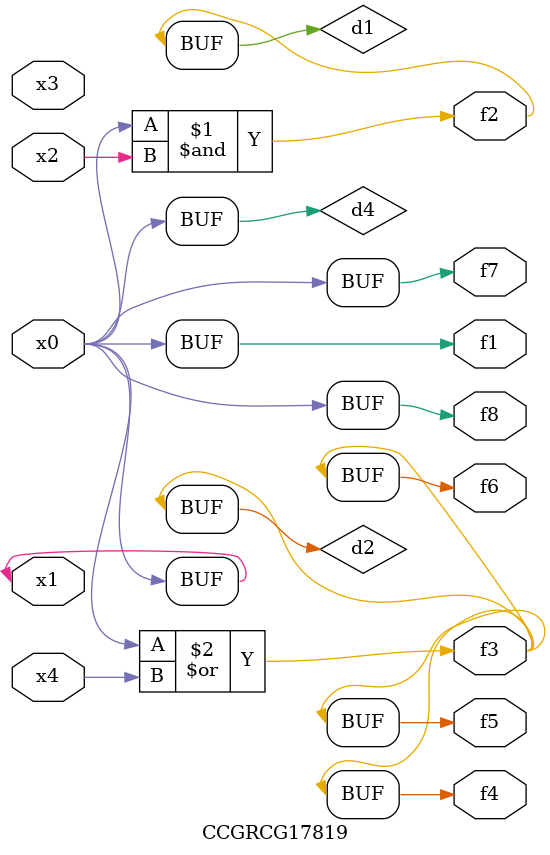
<source format=v>
module CCGRCG17819(
	input x0, x1, x2, x3, x4,
	output f1, f2, f3, f4, f5, f6, f7, f8
);

	wire d1, d2, d3, d4;

	and (d1, x0, x2);
	or (d2, x0, x4);
	nand (d3, x0, x2);
	buf (d4, x0, x1);
	assign f1 = d4;
	assign f2 = d1;
	assign f3 = d2;
	assign f4 = d2;
	assign f5 = d2;
	assign f6 = d2;
	assign f7 = d4;
	assign f8 = d4;
endmodule

</source>
